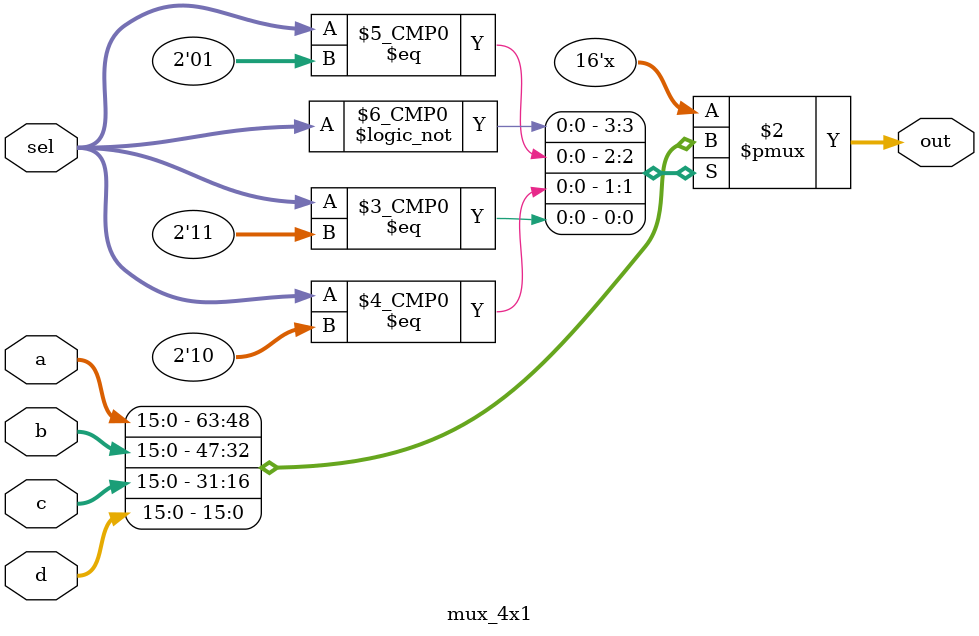
<source format=v>
module mux_4x1(a,b,c,d,sel,out);
parameter WIDTH = 16;
output reg [WIDTH-1:0]out;
input [WIDTH-1:0]a,b,c,d;
input [1:0] sel;
always@(sel or a or b or c or d)
begin
	case(sel)
		2'b00: out = a;
		2'b01: out = b;
		2'b10: out = c;
		2'b11: out = d;
	endcase
end
endmodule

</source>
